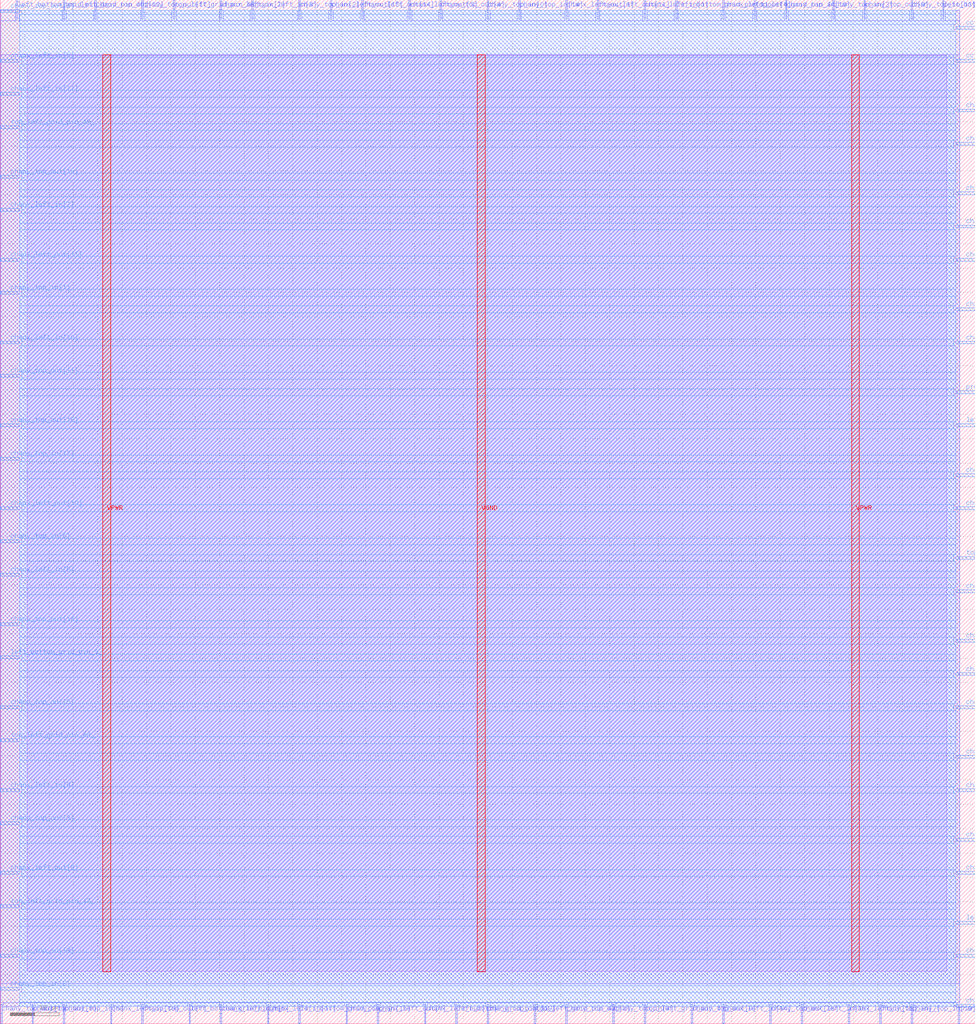
<source format=lef>
VERSION 5.7 ;
  NOWIREEXTENSIONATPIN ON ;
  DIVIDERCHAR "/" ;
  BUSBITCHARS "[]" ;
MACRO sb_2__0_
  CLASS BLOCK ;
  FOREIGN sb_2__0_ ;
  ORIGIN 0.000 0.000 ;
  SIZE 200.000 BY 210.000 ;
  PIN VGND
    DIRECTION INOUT ;
    USE GROUND ;
    PORT
      LAYER met4 ;
        RECT 97.840 10.640 99.440 198.800 ;
    END
  END VGND
  PIN VPWR
    DIRECTION INOUT ;
    USE POWER ;
    PORT
      LAYER met4 ;
        RECT 21.040 10.640 22.640 198.800 ;
    END
    PORT
      LAYER met4 ;
        RECT 174.640 10.640 176.240 198.800 ;
    END
  END VPWR
  PIN ccff_head
    DIRECTION INPUT ;
    USE SIGNAL ;
    PORT
      LAYER met3 ;
        RECT 196.000 204.040 200.000 204.640 ;
    END
  END ccff_head
  PIN ccff_tail
    DIRECTION OUTPUT TRISTATE ;
    USE SIGNAL ;
    PORT
      LAYER met3 ;
        RECT 196.000 197.240 200.000 197.840 ;
    END
  END ccff_tail
  PIN chanx_left_in[0]
    DIRECTION INPUT ;
    USE SIGNAL ;
    PORT
      LAYER met3 ;
        RECT 0.000 197.240 4.000 197.840 ;
    END
  END chanx_left_in[0]
  PIN chanx_left_in[10]
    DIRECTION INPUT ;
    USE SIGNAL ;
    PORT
      LAYER met3 ;
        RECT 0.000 139.440 4.000 140.040 ;
    END
  END chanx_left_in[10]
  PIN chanx_left_in[11]
    DIRECTION INPUT ;
    USE SIGNAL ;
    PORT
      LAYER met3 ;
        RECT 0.000 190.440 4.000 191.040 ;
    END
  END chanx_left_in[11]
  PIN chanx_left_in[12]
    DIRECTION INPUT ;
    USE SIGNAL ;
    PORT
      LAYER met3 ;
        RECT 196.000 139.440 200.000 140.040 ;
    END
  END chanx_left_in[12]
  PIN chanx_left_in[13]
    DIRECTION INPUT ;
    USE SIGNAL ;
    PORT
      LAYER met3 ;
        RECT 196.000 71.440 200.000 72.040 ;
    END
  END chanx_left_in[13]
  PIN chanx_left_in[14]
    DIRECTION INPUT ;
    USE SIGNAL ;
    PORT
      LAYER met2 ;
        RECT 148.210 0.000 148.490 4.000 ;
    END
  END chanx_left_in[14]
  PIN chanx_left_in[15]
    DIRECTION INPUT ;
    USE SIGNAL ;
    PORT
      LAYER met3 ;
        RECT 196.000 30.640 200.000 31.240 ;
    END
  END chanx_left_in[15]
  PIN chanx_left_in[16]
    DIRECTION INPUT ;
    USE SIGNAL ;
    PORT
      LAYER met2 ;
        RECT 173.970 0.000 174.250 4.000 ;
    END
  END chanx_left_in[16]
  PIN chanx_left_in[17]
    DIRECTION INPUT ;
    USE SIGNAL ;
    PORT
      LAYER met2 ;
        RECT 54.830 0.000 55.110 4.000 ;
    END
  END chanx_left_in[17]
  PIN chanx_left_in[18]
    DIRECTION INPUT ;
    USE SIGNAL ;
    PORT
      LAYER met2 ;
        RECT 164.310 0.000 164.590 4.000 ;
    END
  END chanx_left_in[18]
  PIN chanx_left_in[19]
    DIRECTION INPUT ;
    USE SIGNAL ;
    PORT
      LAYER met2 ;
        RECT 22.630 0.000 22.910 4.000 ;
    END
  END chanx_left_in[19]
  PIN chanx_left_in[1]
    DIRECTION INPUT ;
    USE SIGNAL ;
    PORT
      LAYER met2 ;
        RECT 132.110 206.000 132.390 210.000 ;
    END
  END chanx_left_in[1]
  PIN chanx_left_in[2]
    DIRECTION INPUT ;
    USE SIGNAL ;
    PORT
      LAYER met2 ;
        RECT 45.170 206.000 45.450 210.000 ;
    END
  END chanx_left_in[2]
  PIN chanx_left_in[3]
    DIRECTION INPUT ;
    USE SIGNAL ;
    PORT
      LAYER met2 ;
        RECT 51.610 206.000 51.890 210.000 ;
    END
  END chanx_left_in[3]
  PIN chanx_left_in[4]
    DIRECTION INPUT ;
    USE SIGNAL ;
    PORT
      LAYER met3 ;
        RECT 196.000 112.240 200.000 112.840 ;
    END
  END chanx_left_in[4]
  PIN chanx_left_in[5]
    DIRECTION INPUT ;
    USE SIGNAL ;
    PORT
      LAYER met3 ;
        RECT 0.000 91.840 4.000 92.440 ;
    END
  END chanx_left_in[5]
  PIN chanx_left_in[6]
    DIRECTION INPUT ;
    USE SIGNAL ;
    PORT
      LAYER met3 ;
        RECT 196.000 187.040 200.000 187.640 ;
    END
  END chanx_left_in[6]
  PIN chanx_left_in[7]
    DIRECTION INPUT ;
    USE SIGNAL ;
    PORT
      LAYER met3 ;
        RECT 0.000 166.640 4.000 167.240 ;
    END
  END chanx_left_in[7]
  PIN chanx_left_in[8]
    DIRECTION INPUT ;
    USE SIGNAL ;
    PORT
      LAYER met3 ;
        RECT 196.000 156.440 200.000 157.040 ;
    END
  END chanx_left_in[8]
  PIN chanx_left_in[9]
    DIRECTION INPUT ;
    USE SIGNAL ;
    PORT
      LAYER met3 ;
        RECT 0.000 47.640 4.000 48.240 ;
    END
  END chanx_left_in[9]
  PIN chanx_left_out[0]
    DIRECTION OUTPUT TRISTATE ;
    USE SIGNAL ;
    PORT
      LAYER met2 ;
        RECT 77.370 0.000 77.650 4.000 ;
    END
  END chanx_left_out[0]
  PIN chanx_left_out[10]
    DIRECTION OUTPUT TRISTATE ;
    USE SIGNAL ;
    PORT
      LAYER met3 ;
        RECT 0.000 105.440 4.000 106.040 ;
    END
  END chanx_left_out[10]
  PIN chanx_left_out[11]
    DIRECTION OUTPUT TRISTATE ;
    USE SIGNAL ;
    PORT
      LAYER met2 ;
        RECT 122.450 206.000 122.730 210.000 ;
    END
  END chanx_left_out[11]
  PIN chanx_left_out[12]
    DIRECTION OUTPUT TRISTATE ;
    USE SIGNAL ;
    PORT
      LAYER met3 ;
        RECT 196.000 105.440 200.000 106.040 ;
    END
  END chanx_left_out[12]
  PIN chanx_left_out[13]
    DIRECTION OUTPUT TRISTATE ;
    USE SIGNAL ;
    PORT
      LAYER met2 ;
        RECT 67.710 206.000 67.990 210.000 ;
    END
  END chanx_left_out[13]
  PIN chanx_left_out[14]
    DIRECTION OUTPUT TRISTATE ;
    USE SIGNAL ;
    PORT
      LAYER met2 ;
        RECT 74.150 206.000 74.430 210.000 ;
    END
  END chanx_left_out[14]
  PIN chanx_left_out[15]
    DIRECTION OUTPUT TRISTATE ;
    USE SIGNAL ;
    PORT
      LAYER met3 ;
        RECT 0.000 156.440 4.000 157.040 ;
    END
  END chanx_left_out[15]
  PIN chanx_left_out[16]
    DIRECTION OUTPUT TRISTATE ;
    USE SIGNAL ;
    PORT
      LAYER met2 ;
        RECT 87.030 0.000 87.310 4.000 ;
    END
  END chanx_left_out[16]
  PIN chanx_left_out[17]
    DIRECTION OUTPUT TRISTATE ;
    USE SIGNAL ;
    PORT
      LAYER met2 ;
        RECT 196.510 0.000 196.790 4.000 ;
    END
  END chanx_left_out[17]
  PIN chanx_left_out[18]
    DIRECTION OUTPUT TRISTATE ;
    USE SIGNAL ;
    PORT
      LAYER met3 ;
        RECT 196.000 180.240 200.000 180.840 ;
    END
  END chanx_left_out[18]
  PIN chanx_left_out[19]
    DIRECTION OUTPUT TRISTATE ;
    USE SIGNAL ;
    PORT
      LAYER met3 ;
        RECT 196.000 47.640 200.000 48.240 ;
    END
  END chanx_left_out[19]
  PIN chanx_left_out[1]
    DIRECTION OUTPUT TRISTATE ;
    USE SIGNAL ;
    PORT
      LAYER met2 ;
        RECT 116.010 206.000 116.290 210.000 ;
    END
  END chanx_left_out[1]
  PIN chanx_left_out[2]
    DIRECTION OUTPUT TRISTATE ;
    USE SIGNAL ;
    PORT
      LAYER met3 ;
        RECT 196.000 64.640 200.000 65.240 ;
    END
  END chanx_left_out[2]
  PIN chanx_left_out[3]
    DIRECTION OUTPUT TRISTATE ;
    USE SIGNAL ;
    PORT
      LAYER met2 ;
        RECT 83.810 206.000 84.090 210.000 ;
    END
  END chanx_left_out[3]
  PIN chanx_left_out[4]
    DIRECTION OUTPUT TRISTATE ;
    USE SIGNAL ;
    PORT
      LAYER met2 ;
        RECT 148.210 206.000 148.490 210.000 ;
    END
  END chanx_left_out[4]
  PIN chanx_left_out[5]
    DIRECTION OUTPUT TRISTATE ;
    USE SIGNAL ;
    PORT
      LAYER met3 ;
        RECT 0.000 30.640 4.000 31.240 ;
    END
  END chanx_left_out[5]
  PIN chanx_left_out[6]
    DIRECTION OUTPUT TRISTATE ;
    USE SIGNAL ;
    PORT
      LAYER met2 ;
        RECT 45.170 0.000 45.450 4.000 ;
    END
  END chanx_left_out[6]
  PIN chanx_left_out[7]
    DIRECTION OUTPUT TRISTATE ;
    USE SIGNAL ;
    PORT
      LAYER met3 ;
        RECT 196.000 13.640 200.000 14.240 ;
    END
  END chanx_left_out[7]
  PIN chanx_left_out[8]
    DIRECTION OUTPUT TRISTATE ;
    USE SIGNAL ;
    PORT
      LAYER met3 ;
        RECT 196.000 170.040 200.000 170.640 ;
    END
  END chanx_left_out[8]
  PIN chanx_left_out[9]
    DIRECTION OUTPUT TRISTATE ;
    USE SIGNAL ;
    PORT
      LAYER met3 ;
        RECT 196.000 88.440 200.000 89.040 ;
    END
  END chanx_left_out[9]
  PIN chany_top_in[0]
    DIRECTION INPUT ;
    USE SIGNAL ;
    PORT
      LAYER met2 ;
        RECT 99.910 206.000 100.190 210.000 ;
    END
  END chany_top_in[0]
  PIN chany_top_in[10]
    DIRECTION INPUT ;
    USE SIGNAL ;
    PORT
      LAYER met2 ;
        RECT 161.090 206.000 161.370 210.000 ;
    END
  END chany_top_in[10]
  PIN chany_top_in[11]
    DIRECTION INPUT ;
    USE SIGNAL ;
    PORT
      LAYER met3 ;
        RECT 196.000 3.440 200.000 4.040 ;
    END
  END chany_top_in[11]
  PIN chany_top_in[12]
    DIRECTION INPUT ;
    USE SIGNAL ;
    PORT
      LAYER met3 ;
        RECT 196.000 163.240 200.000 163.840 ;
    END
  END chany_top_in[12]
  PIN chany_top_in[13]
    DIRECTION INPUT ;
    USE SIGNAL ;
    PORT
      LAYER met2 ;
        RECT 186.850 206.000 187.130 210.000 ;
    END
  END chany_top_in[13]
  PIN chany_top_in[14]
    DIRECTION INPUT ;
    USE SIGNAL ;
    PORT
      LAYER met2 ;
        RECT 106.350 206.000 106.630 210.000 ;
    END
  END chany_top_in[14]
  PIN chany_top_in[15]
    DIRECTION INPUT ;
    USE SIGNAL ;
    PORT
      LAYER met2 ;
        RECT 70.930 0.000 71.210 4.000 ;
    END
  END chany_top_in[15]
  PIN chany_top_in[16]
    DIRECTION INPUT ;
    USE SIGNAL ;
    PORT
      LAYER met3 ;
        RECT 196.000 37.440 200.000 38.040 ;
    END
  END chany_top_in[16]
  PIN chany_top_in[17]
    DIRECTION INPUT ;
    USE SIGNAL ;
    PORT
      LAYER met3 ;
        RECT 0.000 115.640 4.000 116.240 ;
    END
  END chany_top_in[17]
  PIN chany_top_in[18]
    DIRECTION INPUT ;
    USE SIGNAL ;
    PORT
      LAYER met3 ;
        RECT 0.000 13.640 4.000 14.240 ;
    END
  END chany_top_in[18]
  PIN chany_top_in[19]
    DIRECTION INPUT ;
    USE SIGNAL ;
    PORT
      LAYER met2 ;
        RECT 186.850 0.000 187.130 4.000 ;
    END
  END chany_top_in[19]
  PIN chany_top_in[1]
    DIRECTION INPUT ;
    USE SIGNAL ;
    PORT
      LAYER met3 ;
        RECT 0.000 149.640 4.000 150.240 ;
    END
  END chany_top_in[1]
  PIN chany_top_in[2]
    DIRECTION INPUT ;
    USE SIGNAL ;
    PORT
      LAYER met2 ;
        RECT 61.270 206.000 61.550 210.000 ;
    END
  END chany_top_in[2]
  PIN chany_top_in[3]
    DIRECTION INPUT ;
    USE SIGNAL ;
    PORT
      LAYER met2 ;
        RECT 170.750 206.000 171.030 210.000 ;
    END
  END chany_top_in[3]
  PIN chany_top_in[4]
    DIRECTION INPUT ;
    USE SIGNAL ;
    PORT
      LAYER met2 ;
        RECT 125.670 0.000 125.950 4.000 ;
    END
  END chany_top_in[4]
  PIN chany_top_in[5]
    DIRECTION INPUT ;
    USE SIGNAL ;
    PORT
      LAYER met2 ;
        RECT 12.970 0.000 13.250 4.000 ;
    END
  END chany_top_in[5]
  PIN chany_top_in[6]
    DIRECTION INPUT ;
    USE SIGNAL ;
    PORT
      LAYER met3 ;
        RECT 0.000 98.640 4.000 99.240 ;
    END
  END chany_top_in[6]
  PIN chany_top_in[7]
    DIRECTION INPUT ;
    USE SIGNAL ;
    PORT
      LAYER met2 ;
        RECT 180.410 0.000 180.690 4.000 ;
    END
  END chany_top_in[7]
  PIN chany_top_in[8]
    DIRECTION INPUT ;
    USE SIGNAL ;
    PORT
      LAYER met3 ;
        RECT 0.000 6.840 4.000 7.440 ;
    END
  END chany_top_in[8]
  PIN chany_top_in[9]
    DIRECTION INPUT ;
    USE SIGNAL ;
    PORT
      LAYER met3 ;
        RECT 196.000 54.440 200.000 55.040 ;
    END
  END chany_top_in[9]
  PIN chany_top_out[0]
    DIRECTION OUTPUT TRISTATE ;
    USE SIGNAL ;
    PORT
      LAYER met2 ;
        RECT 141.770 0.000 142.050 4.000 ;
    END
  END chany_top_out[0]
  PIN chany_top_out[10]
    DIRECTION OUTPUT TRISTATE ;
    USE SIGNAL ;
    PORT
      LAYER met3 ;
        RECT 0.000 173.440 4.000 174.040 ;
    END
  END chany_top_out[10]
  PIN chany_top_out[11]
    DIRECTION OUTPUT TRISTATE ;
    USE SIGNAL ;
    PORT
      LAYER met3 ;
        RECT 0.000 132.640 4.000 133.240 ;
    END
  END chany_top_out[11]
  PIN chany_top_out[12]
    DIRECTION OUTPUT TRISTATE ;
    USE SIGNAL ;
    PORT
      LAYER met2 ;
        RECT 19.410 206.000 19.690 210.000 ;
    END
  END chany_top_out[12]
  PIN chany_top_out[13]
    DIRECTION OUTPUT TRISTATE ;
    USE SIGNAL ;
    PORT
      LAYER met3 ;
        RECT 196.000 78.240 200.000 78.840 ;
    END
  END chany_top_out[13]
  PIN chany_top_out[14]
    DIRECTION OUTPUT TRISTATE ;
    USE SIGNAL ;
    PORT
      LAYER met3 ;
        RECT 0.000 81.640 4.000 82.240 ;
    END
  END chany_top_out[14]
  PIN chany_top_out[15]
    DIRECTION OUTPUT TRISTATE ;
    USE SIGNAL ;
    PORT
      LAYER met2 ;
        RECT 157.870 0.000 158.150 4.000 ;
    END
  END chany_top_out[15]
  PIN chany_top_out[16]
    DIRECTION OUTPUT TRISTATE ;
    USE SIGNAL ;
    PORT
      LAYER met3 ;
        RECT 196.000 146.240 200.000 146.840 ;
    END
  END chany_top_out[16]
  PIN chany_top_out[17]
    DIRECTION OUTPUT TRISTATE ;
    USE SIGNAL ;
    PORT
      LAYER met2 ;
        RECT 29.070 206.000 29.350 210.000 ;
    END
  END chany_top_out[17]
  PIN chany_top_out[18]
    DIRECTION OUTPUT TRISTATE ;
    USE SIGNAL ;
    PORT
      LAYER met3 ;
        RECT 0.000 122.440 4.000 123.040 ;
    END
  END chany_top_out[18]
  PIN chany_top_out[19]
    DIRECTION OUTPUT TRISTATE ;
    USE SIGNAL ;
    PORT
      LAYER met2 ;
        RECT 99.910 0.000 100.190 4.000 ;
    END
  END chany_top_out[19]
  PIN chany_top_out[1]
    DIRECTION OUTPUT TRISTATE ;
    USE SIGNAL ;
    PORT
      LAYER met2 ;
        RECT 0.090 0.000 0.370 4.000 ;
    END
  END chany_top_out[1]
  PIN chany_top_out[2]
    DIRECTION OUTPUT TRISTATE ;
    USE SIGNAL ;
    PORT
      LAYER met2 ;
        RECT 116.010 0.000 116.290 4.000 ;
    END
  END chany_top_out[2]
  PIN chany_top_out[3]
    DIRECTION OUTPUT TRISTATE ;
    USE SIGNAL ;
    PORT
      LAYER met3 ;
        RECT 0.000 40.840 4.000 41.440 ;
    END
  END chany_top_out[3]
  PIN chany_top_out[4]
    DIRECTION OUTPUT TRISTATE ;
    USE SIGNAL ;
    PORT
      LAYER met2 ;
        RECT 90.250 206.000 90.530 210.000 ;
    END
  END chany_top_out[4]
  PIN chany_top_out[5]
    DIRECTION OUTPUT TRISTATE ;
    USE SIGNAL ;
    PORT
      LAYER met3 ;
        RECT 0.000 64.640 4.000 65.240 ;
    END
  END chany_top_out[5]
  PIN chany_top_out[6]
    DIRECTION OUTPUT TRISTATE ;
    USE SIGNAL ;
    PORT
      LAYER met3 ;
        RECT 0.000 207.440 4.000 208.040 ;
    END
  END chany_top_out[6]
  PIN chany_top_out[7]
    DIRECTION OUTPUT TRISTATE ;
    USE SIGNAL ;
    PORT
      LAYER met2 ;
        RECT 29.070 0.000 29.350 4.000 ;
    END
  END chany_top_out[7]
  PIN chany_top_out[8]
    DIRECTION OUTPUT TRISTATE ;
    USE SIGNAL ;
    PORT
      LAYER met2 ;
        RECT 6.530 0.000 6.810 4.000 ;
    END
  END chany_top_out[8]
  PIN chany_top_out[9]
    DIRECTION OUTPUT TRISTATE ;
    USE SIGNAL ;
    PORT
      LAYER met2 ;
        RECT 177.190 206.000 177.470 210.000 ;
    END
  END chany_top_out[9]
  PIN left_bottom_grid_pin_11_
    DIRECTION INPUT ;
    USE SIGNAL ;
    PORT
      LAYER met2 ;
        RECT 138.550 206.000 138.830 210.000 ;
    END
  END left_bottom_grid_pin_11_
  PIN left_bottom_grid_pin_13_
    DIRECTION INPUT ;
    USE SIGNAL ;
    PORT
      LAYER met2 ;
        RECT 93.470 0.000 93.750 4.000 ;
    END
  END left_bottom_grid_pin_13_
  PIN left_bottom_grid_pin_15_
    DIRECTION INPUT ;
    USE SIGNAL ;
    PORT
      LAYER met2 ;
        RECT 193.290 206.000 193.570 210.000 ;
    END
  END left_bottom_grid_pin_15_
  PIN left_bottom_grid_pin_17_
    DIRECTION INPUT ;
    USE SIGNAL ;
    PORT
      LAYER met3 ;
        RECT 196.000 20.440 200.000 21.040 ;
    END
  END left_bottom_grid_pin_17_
  PIN left_bottom_grid_pin_1_
    DIRECTION INPUT ;
    USE SIGNAL ;
    PORT
      LAYER met2 ;
        RECT 3.310 206.000 3.590 210.000 ;
    END
  END left_bottom_grid_pin_1_
  PIN left_bottom_grid_pin_3_
    DIRECTION INPUT ;
    USE SIGNAL ;
    PORT
      LAYER met3 ;
        RECT 196.000 122.440 200.000 123.040 ;
    END
  END left_bottom_grid_pin_3_
  PIN left_bottom_grid_pin_5_
    DIRECTION INPUT ;
    USE SIGNAL ;
    PORT
      LAYER met2 ;
        RECT 38.730 0.000 39.010 4.000 ;
    END
  END left_bottom_grid_pin_5_
  PIN left_bottom_grid_pin_7_
    DIRECTION INPUT ;
    USE SIGNAL ;
    PORT
      LAYER met2 ;
        RECT 61.270 0.000 61.550 4.000 ;
    END
  END left_bottom_grid_pin_7_
  PIN left_bottom_grid_pin_9_
    DIRECTION INPUT ;
    USE SIGNAL ;
    PORT
      LAYER met3 ;
        RECT 0.000 74.840 4.000 75.440 ;
    END
  END left_bottom_grid_pin_9_
  PIN prog_clk_0_N_in
    DIRECTION INPUT ;
    USE SIGNAL ;
    PORT
      LAYER met3 ;
        RECT 196.000 129.240 200.000 129.840 ;
    END
  END prog_clk_0_N_in
  PIN top_left_grid_pin_42_
    DIRECTION INPUT ;
    USE SIGNAL ;
    PORT
      LAYER met2 ;
        RECT 109.570 0.000 109.850 4.000 ;
    END
  END top_left_grid_pin_42_
  PIN top_left_grid_pin_43_
    DIRECTION INPUT ;
    USE SIGNAL ;
    PORT
      LAYER met3 ;
        RECT 0.000 23.840 4.000 24.440 ;
    END
  END top_left_grid_pin_43_
  PIN top_left_grid_pin_44_
    DIRECTION INPUT ;
    USE SIGNAL ;
    PORT
      LAYER met2 ;
        RECT 154.650 206.000 154.930 210.000 ;
    END
  END top_left_grid_pin_44_
  PIN top_left_grid_pin_45_
    DIRECTION INPUT ;
    USE SIGNAL ;
    PORT
      LAYER met2 ;
        RECT 12.970 206.000 13.250 210.000 ;
    END
  END top_left_grid_pin_45_
  PIN top_left_grid_pin_46_
    DIRECTION INPUT ;
    USE SIGNAL ;
    PORT
      LAYER met2 ;
        RECT 35.510 206.000 35.790 210.000 ;
    END
  END top_left_grid_pin_46_
  PIN top_left_grid_pin_47_
    DIRECTION INPUT ;
    USE SIGNAL ;
    PORT
      LAYER met2 ;
        RECT 132.110 0.000 132.390 4.000 ;
    END
  END top_left_grid_pin_47_
  PIN top_left_grid_pin_48_
    DIRECTION INPUT ;
    USE SIGNAL ;
    PORT
      LAYER met3 ;
        RECT 0.000 57.840 4.000 58.440 ;
    END
  END top_left_grid_pin_48_
  PIN top_left_grid_pin_49_
    DIRECTION INPUT ;
    USE SIGNAL ;
    PORT
      LAYER met3 ;
        RECT 0.000 183.640 4.000 184.240 ;
    END
  END top_left_grid_pin_49_
  PIN top_right_grid_pin_1_
    DIRECTION INPUT ;
    USE SIGNAL ;
    PORT
      LAYER met3 ;
        RECT 196.000 95.240 200.000 95.840 ;
    END
  END top_right_grid_pin_1_
  OBS
      LAYER li1 ;
        RECT 5.520 10.795 194.120 198.645 ;
      LAYER met1 ;
        RECT 0.070 8.200 196.810 198.800 ;
      LAYER met2 ;
        RECT 0.100 205.720 3.030 207.925 ;
        RECT 3.870 205.720 12.690 207.925 ;
        RECT 13.530 205.720 19.130 207.925 ;
        RECT 19.970 205.720 28.790 207.925 ;
        RECT 29.630 205.720 35.230 207.925 ;
        RECT 36.070 205.720 44.890 207.925 ;
        RECT 45.730 205.720 51.330 207.925 ;
        RECT 52.170 205.720 60.990 207.925 ;
        RECT 61.830 205.720 67.430 207.925 ;
        RECT 68.270 205.720 73.870 207.925 ;
        RECT 74.710 205.720 83.530 207.925 ;
        RECT 84.370 205.720 89.970 207.925 ;
        RECT 90.810 205.720 99.630 207.925 ;
        RECT 100.470 205.720 106.070 207.925 ;
        RECT 106.910 205.720 115.730 207.925 ;
        RECT 116.570 205.720 122.170 207.925 ;
        RECT 123.010 205.720 131.830 207.925 ;
        RECT 132.670 205.720 138.270 207.925 ;
        RECT 139.110 205.720 147.930 207.925 ;
        RECT 148.770 205.720 154.370 207.925 ;
        RECT 155.210 205.720 160.810 207.925 ;
        RECT 161.650 205.720 170.470 207.925 ;
        RECT 171.310 205.720 176.910 207.925 ;
        RECT 177.750 205.720 186.570 207.925 ;
        RECT 187.410 205.720 193.010 207.925 ;
        RECT 193.850 205.720 196.780 207.925 ;
        RECT 0.100 4.280 196.780 205.720 ;
        RECT 0.650 3.555 6.250 4.280 ;
        RECT 7.090 3.555 12.690 4.280 ;
        RECT 13.530 3.555 22.350 4.280 ;
        RECT 23.190 3.555 28.790 4.280 ;
        RECT 29.630 3.555 38.450 4.280 ;
        RECT 39.290 3.555 44.890 4.280 ;
        RECT 45.730 3.555 54.550 4.280 ;
        RECT 55.390 3.555 60.990 4.280 ;
        RECT 61.830 3.555 70.650 4.280 ;
        RECT 71.490 3.555 77.090 4.280 ;
        RECT 77.930 3.555 86.750 4.280 ;
        RECT 87.590 3.555 93.190 4.280 ;
        RECT 94.030 3.555 99.630 4.280 ;
        RECT 100.470 3.555 109.290 4.280 ;
        RECT 110.130 3.555 115.730 4.280 ;
        RECT 116.570 3.555 125.390 4.280 ;
        RECT 126.230 3.555 131.830 4.280 ;
        RECT 132.670 3.555 141.490 4.280 ;
        RECT 142.330 3.555 147.930 4.280 ;
        RECT 148.770 3.555 157.590 4.280 ;
        RECT 158.430 3.555 164.030 4.280 ;
        RECT 164.870 3.555 173.690 4.280 ;
        RECT 174.530 3.555 180.130 4.280 ;
        RECT 180.970 3.555 186.570 4.280 ;
        RECT 187.410 3.555 196.230 4.280 ;
      LAYER met3 ;
        RECT 4.400 207.040 196.000 207.905 ;
        RECT 4.000 205.040 196.000 207.040 ;
        RECT 4.000 203.640 195.600 205.040 ;
        RECT 4.000 198.240 196.000 203.640 ;
        RECT 4.400 196.840 195.600 198.240 ;
        RECT 4.000 191.440 196.000 196.840 ;
        RECT 4.400 190.040 196.000 191.440 ;
        RECT 4.000 188.040 196.000 190.040 ;
        RECT 4.000 186.640 195.600 188.040 ;
        RECT 4.000 184.640 196.000 186.640 ;
        RECT 4.400 183.240 196.000 184.640 ;
        RECT 4.000 181.240 196.000 183.240 ;
        RECT 4.000 179.840 195.600 181.240 ;
        RECT 4.000 174.440 196.000 179.840 ;
        RECT 4.400 173.040 196.000 174.440 ;
        RECT 4.000 171.040 196.000 173.040 ;
        RECT 4.000 169.640 195.600 171.040 ;
        RECT 4.000 167.640 196.000 169.640 ;
        RECT 4.400 166.240 196.000 167.640 ;
        RECT 4.000 164.240 196.000 166.240 ;
        RECT 4.000 162.840 195.600 164.240 ;
        RECT 4.000 157.440 196.000 162.840 ;
        RECT 4.400 156.040 195.600 157.440 ;
        RECT 4.000 150.640 196.000 156.040 ;
        RECT 4.400 149.240 196.000 150.640 ;
        RECT 4.000 147.240 196.000 149.240 ;
        RECT 4.000 145.840 195.600 147.240 ;
        RECT 4.000 140.440 196.000 145.840 ;
        RECT 4.400 139.040 195.600 140.440 ;
        RECT 4.000 133.640 196.000 139.040 ;
        RECT 4.400 132.240 196.000 133.640 ;
        RECT 4.000 130.240 196.000 132.240 ;
        RECT 4.000 128.840 195.600 130.240 ;
        RECT 4.000 123.440 196.000 128.840 ;
        RECT 4.400 122.040 195.600 123.440 ;
        RECT 4.000 116.640 196.000 122.040 ;
        RECT 4.400 115.240 196.000 116.640 ;
        RECT 4.000 113.240 196.000 115.240 ;
        RECT 4.000 111.840 195.600 113.240 ;
        RECT 4.000 106.440 196.000 111.840 ;
        RECT 4.400 105.040 195.600 106.440 ;
        RECT 4.000 99.640 196.000 105.040 ;
        RECT 4.400 98.240 196.000 99.640 ;
        RECT 4.000 96.240 196.000 98.240 ;
        RECT 4.000 94.840 195.600 96.240 ;
        RECT 4.000 92.840 196.000 94.840 ;
        RECT 4.400 91.440 196.000 92.840 ;
        RECT 4.000 89.440 196.000 91.440 ;
        RECT 4.000 88.040 195.600 89.440 ;
        RECT 4.000 82.640 196.000 88.040 ;
        RECT 4.400 81.240 196.000 82.640 ;
        RECT 4.000 79.240 196.000 81.240 ;
        RECT 4.000 77.840 195.600 79.240 ;
        RECT 4.000 75.840 196.000 77.840 ;
        RECT 4.400 74.440 196.000 75.840 ;
        RECT 4.000 72.440 196.000 74.440 ;
        RECT 4.000 71.040 195.600 72.440 ;
        RECT 4.000 65.640 196.000 71.040 ;
        RECT 4.400 64.240 195.600 65.640 ;
        RECT 4.000 58.840 196.000 64.240 ;
        RECT 4.400 57.440 196.000 58.840 ;
        RECT 4.000 55.440 196.000 57.440 ;
        RECT 4.000 54.040 195.600 55.440 ;
        RECT 4.000 48.640 196.000 54.040 ;
        RECT 4.400 47.240 195.600 48.640 ;
        RECT 4.000 41.840 196.000 47.240 ;
        RECT 4.400 40.440 196.000 41.840 ;
        RECT 4.000 38.440 196.000 40.440 ;
        RECT 4.000 37.040 195.600 38.440 ;
        RECT 4.000 31.640 196.000 37.040 ;
        RECT 4.400 30.240 195.600 31.640 ;
        RECT 4.000 24.840 196.000 30.240 ;
        RECT 4.400 23.440 196.000 24.840 ;
        RECT 4.000 21.440 196.000 23.440 ;
        RECT 4.000 20.040 195.600 21.440 ;
        RECT 4.000 14.640 196.000 20.040 ;
        RECT 4.400 13.240 195.600 14.640 ;
        RECT 4.000 7.840 196.000 13.240 ;
        RECT 4.400 6.440 196.000 7.840 ;
        RECT 4.000 4.440 196.000 6.440 ;
        RECT 4.000 3.575 195.600 4.440 ;
  END
END sb_2__0_
END LIBRARY


</source>
